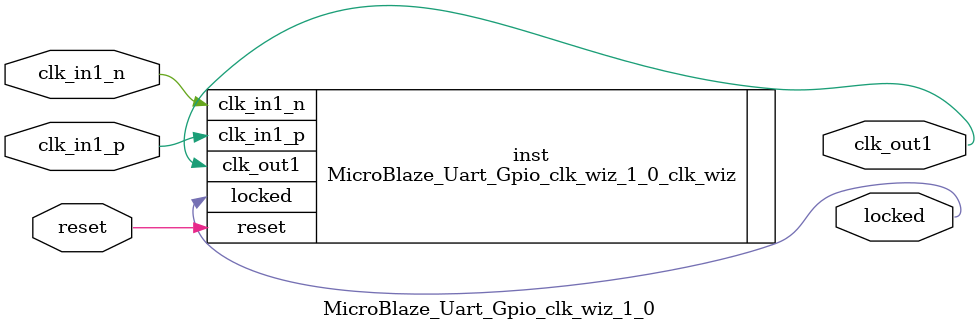
<source format=v>


`timescale 1ps/1ps

(* CORE_GENERATION_INFO = "MicroBlaze_Uart_Gpio_clk_wiz_1_0,clk_wiz_v6_0_5_0_0,{component_name=MicroBlaze_Uart_Gpio_clk_wiz_1_0,use_phase_alignment=true,use_min_o_jitter=false,use_max_i_jitter=false,use_dyn_phase_shift=false,use_inclk_switchover=false,use_dyn_reconfig=false,enable_axi=0,feedback_source=FDBK_AUTO,PRIMITIVE=MMCM,num_out_clk=1,clkin1_period=10.000,clkin2_period=10.000,use_power_down=false,use_reset=true,use_locked=true,use_inclk_stopped=false,feedback_type=SINGLE,CLOCK_MGR_TYPE=NA,manual_override=false}" *)

module MicroBlaze_Uart_Gpio_clk_wiz_1_0 
 (
  // Clock out ports
  output        clk_out1,
  // Status and control signals
  input         reset,
  output        locked,
 // Clock in ports
  input         clk_in1_p,
  input         clk_in1_n
 );

  MicroBlaze_Uart_Gpio_clk_wiz_1_0_clk_wiz inst
  (
  // Clock out ports  
  .clk_out1(clk_out1),
  // Status and control signals               
  .reset(reset), 
  .locked(locked),
 // Clock in ports
  .clk_in1_p(clk_in1_p),
  .clk_in1_n(clk_in1_n)
  );

endmodule

</source>
